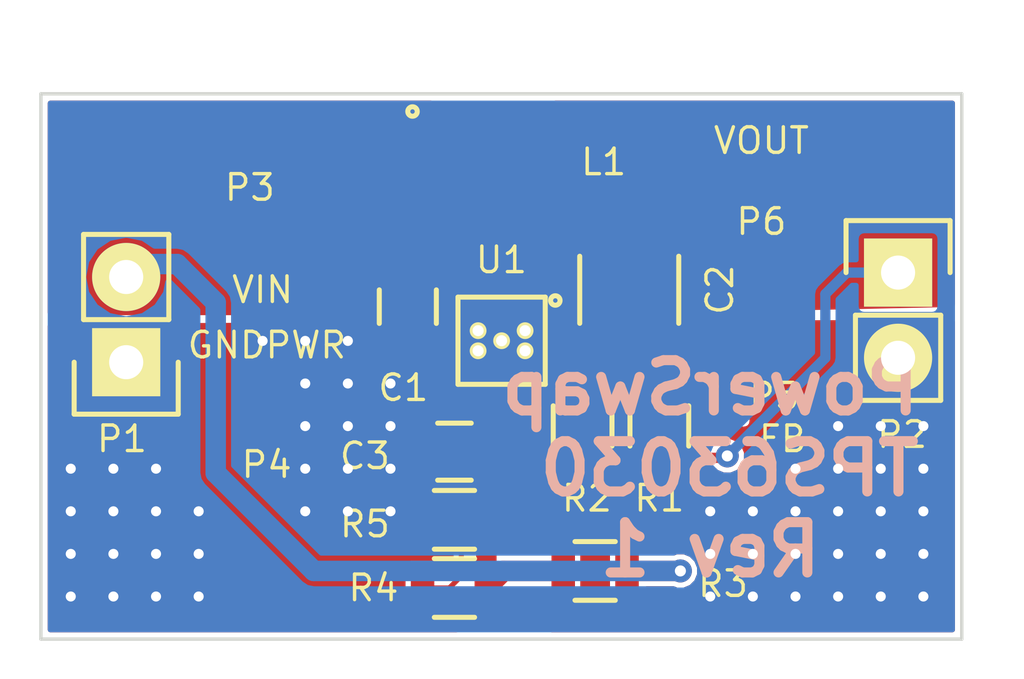
<source format=kicad_pcb>
(kicad_pcb (version 4) (host pcbnew 0.201508060901+6055~28~ubuntu14.04.1-product)

  (general
    (links 90)
    (no_connects 0)
    (area 154.093801 104.1818 184.8612 124.7616)
    (thickness 1.6)
    (drawings 9)
    (tracks 53)
    (zones 0)
    (modules 72)
    (nets 10)
  )

  (page A4)
  (layers
    (0 F.Cu signal)
    (31 B.Cu signal)
    (32 B.Adhes user)
    (33 F.Adhes user)
    (34 B.Paste user)
    (35 F.Paste user)
    (36 B.SilkS user)
    (37 F.SilkS user)
    (38 B.Mask user)
    (39 F.Mask user)
    (40 Dwgs.User user)
    (41 Cmts.User user)
    (42 Eco1.User user)
    (43 Eco2.User user)
    (44 Edge.Cuts user)
    (45 Margin user)
    (46 B.CrtYd user)
    (47 F.CrtYd user)
    (48 B.Fab user)
    (49 F.Fab user)
  )

  (setup
    (last_trace_width 0.1524)
    (user_trace_width 0.3048)
    (user_trace_width 0.6096)
    (trace_clearance 0.1524)
    (zone_clearance 0.1524)
    (zone_45_only no)
    (trace_min 0.1524)
    (segment_width 0.2)
    (edge_width 0.1)
    (via_size 0.6858)
    (via_drill 0.3302)
    (via_min_size 0.6858)
    (via_min_drill 0.3302)
    (uvia_size 0.3)
    (uvia_drill 0.1)
    (uvias_allowed no)
    (uvia_min_size 0)
    (uvia_min_drill 0)
    (pcb_text_width 0.3)
    (pcb_text_size 1.5 1.5)
    (mod_edge_width 0.15)
    (mod_text_size 0.762 0.762)
    (mod_text_width 0.1016)
    (pad_size 0.6 0.6)
    (pad_drill 0.3)
    (pad_to_mask_clearance 0)
    (pad_to_paste_clearance 0.0762)
    (aux_axis_origin 0 0)
    (grid_origin 169.664 115.829)
    (visible_elements FFFEFB7F)
    (pcbplotparams
      (layerselection 0x010fc_80000001)
      (usegerberextensions false)
      (excludeedgelayer true)
      (linewidth 0.100000)
      (plotframeref false)
      (viasonmask false)
      (mode 1)
      (useauxorigin false)
      (hpglpennumber 1)
      (hpglpenspeed 20)
      (hpglpendiameter 15)
      (hpglpenoverlay 2)
      (psnegative false)
      (psa4output false)
      (plotreference true)
      (plotvalue false)
      (plotinvisibletext false)
      (padsonsilk false)
      (subtractmaskfromsilk false)
      (outputformat 1)
      (mirror false)
      (drillshape 0)
      (scaleselection 1)
      (outputdirectory Gerbers/))
  )

  (net 0 "")
  (net 1 /VIN)
  (net 2 GNDPWR)
  (net 3 /VOUT)
  (net 4 /VINA)
  (net 5 "Net-(L1-Pad1)")
  (net 6 "Net-(L1-Pad2)")
  (net 7 /FB)
  (net 8 "Net-(R4-Pad1)")
  (net 9 "Net-(R5-Pad1)")

  (net_class Default "This is the default net class."
    (clearance 0.1524)
    (trace_width 0.1524)
    (via_dia 0.6858)
    (via_drill 0.3302)
    (uvia_dia 0.3)
    (uvia_drill 0.1)
    (add_net /FB)
    (add_net /VIN)
    (add_net /VINA)
    (add_net /VOUT)
    (add_net GNDPWR)
    (add_net "Net-(L1-Pad1)")
    (add_net "Net-(L1-Pad2)")
    (add_net "Net-(R4-Pad1)")
    (add_net "Net-(R5-Pad1)")
  )

  (module PowerSwap:VIA-0.6mm (layer F.Cu) (tedit 55CC0597) (tstamp 55CC081D)
    (at 165.854 119.639)
    (fp_text reference REF**11111134 (at 0 2) (layer F.SilkS) hide
      (effects (font (size 1 1) (thickness 0.15)))
    )
    (fp_text value VIA-0.6mm (at 0 -1) (layer F.Fab) hide
      (effects (font (size 1 1) (thickness 0.15)))
    )
    (pad 1 thru_hole circle (at 0 0) (size 0.6 0.6) (drill 0.3) (layers *.Cu)
      (net 2 GNDPWR) (zone_connect 2))
  )

  (module PowerSwap:VIA-0.6mm (layer F.Cu) (tedit 55CC0597) (tstamp 55CC0819)
    (at 164.584 119.639)
    (fp_text reference REF**11111124 (at 0 2) (layer F.SilkS) hide
      (effects (font (size 1 1) (thickness 0.15)))
    )
    (fp_text value VIA-0.6mm (at 0 -1) (layer F.Fab) hide
      (effects (font (size 1 1) (thickness 0.15)))
    )
    (pad 1 thru_hole circle (at 0 0) (size 0.6 0.6) (drill 0.3) (layers *.Cu)
      (net 2 GNDPWR) (zone_connect 2))
  )

  (module PowerSwap:VIA-0.6mm (layer F.Cu) (tedit 55CC0597) (tstamp 55CC0815)
    (at 163.314 119.639)
    (fp_text reference REF**11111114 (at 0 2) (layer F.SilkS) hide
      (effects (font (size 1 1) (thickness 0.15)))
    )
    (fp_text value VIA-0.6mm (at 0 -1) (layer F.Fab) hide
      (effects (font (size 1 1) (thickness 0.15)))
    )
    (pad 1 thru_hole circle (at 0 0) (size 0.6 0.6) (drill 0.3) (layers *.Cu)
      (net 2 GNDPWR) (zone_connect 2))
  )

  (module PowerSwap:VIA-0.6mm (layer F.Cu) (tedit 55CC0597) (tstamp 55CC0811)
    (at 165.854 118.369)
    (fp_text reference REF**11111133 (at 0 2) (layer F.SilkS) hide
      (effects (font (size 1 1) (thickness 0.15)))
    )
    (fp_text value VIA-0.6mm (at 0 -1) (layer F.Fab) hide
      (effects (font (size 1 1) (thickness 0.15)))
    )
    (pad 1 thru_hole circle (at 0 0) (size 0.6 0.6) (drill 0.3) (layers *.Cu)
      (net 2 GNDPWR) (zone_connect 2))
  )

  (module PowerSwap:VIA-0.6mm (layer F.Cu) (tedit 55CC0597) (tstamp 55CC080D)
    (at 164.584 118.369)
    (fp_text reference REF**11111123 (at 0 2) (layer F.SilkS) hide
      (effects (font (size 1 1) (thickness 0.15)))
    )
    (fp_text value VIA-0.6mm (at 0 -1) (layer F.Fab) hide
      (effects (font (size 1 1) (thickness 0.15)))
    )
    (pad 1 thru_hole circle (at 0 0) (size 0.6 0.6) (drill 0.3) (layers *.Cu)
      (net 2 GNDPWR) (zone_connect 2))
  )

  (module PowerSwap:VIA-0.6mm (layer F.Cu) (tedit 55CC0597) (tstamp 55CC0809)
    (at 163.314 118.369)
    (fp_text reference REF**11111113 (at 0 2) (layer F.SilkS) hide
      (effects (font (size 1 1) (thickness 0.15)))
    )
    (fp_text value VIA-0.6mm (at 0 -1) (layer F.Fab) hide
      (effects (font (size 1 1) (thickness 0.15)))
    )
    (pad 1 thru_hole circle (at 0 0) (size 0.6 0.6) (drill 0.3) (layers *.Cu)
      (net 2 GNDPWR) (zone_connect 2))
  )

  (module PowerSwap:VIA-0.6mm (layer F.Cu) (tedit 55CC0597) (tstamp 55CC0805)
    (at 165.854 117.099)
    (fp_text reference REF**11111132 (at 0 2) (layer F.SilkS) hide
      (effects (font (size 1 1) (thickness 0.15)))
    )
    (fp_text value VIA-0.6mm (at 0 -1) (layer F.Fab) hide
      (effects (font (size 1 1) (thickness 0.15)))
    )
    (pad 1 thru_hole circle (at 0 0) (size 0.6 0.6) (drill 0.3) (layers *.Cu)
      (net 2 GNDPWR) (zone_connect 2))
  )

  (module PowerSwap:VIA-0.6mm (layer F.Cu) (tedit 55CC0597) (tstamp 55CC0801)
    (at 164.584 117.099)
    (fp_text reference REF**11111122 (at 0 2) (layer F.SilkS) hide
      (effects (font (size 1 1) (thickness 0.15)))
    )
    (fp_text value VIA-0.6mm (at 0 -1) (layer F.Fab) hide
      (effects (font (size 1 1) (thickness 0.15)))
    )
    (pad 1 thru_hole circle (at 0 0) (size 0.6 0.6) (drill 0.3) (layers *.Cu)
      (net 2 GNDPWR) (zone_connect 2))
  )

  (module PowerSwap:VIA-0.6mm (layer F.Cu) (tedit 55CC0597) (tstamp 55CC07FD)
    (at 163.314 117.099)
    (fp_text reference REF**11111112 (at 0 2) (layer F.SilkS) hide
      (effects (font (size 1 1) (thickness 0.15)))
    )
    (fp_text value VIA-0.6mm (at 0 -1) (layer F.Fab) hide
      (effects (font (size 1 1) (thickness 0.15)))
    )
    (pad 1 thru_hole circle (at 0 0) (size 0.6 0.6) (drill 0.3) (layers *.Cu)
      (net 2 GNDPWR) (zone_connect 2))
  )

  (module PowerSwap:VIA-0.6mm (layer F.Cu) (tedit 55CC0597) (tstamp 55CC07F9)
    (at 165.854 115.829)
    (fp_text reference REF**11111131 (at 0 2) (layer F.SilkS) hide
      (effects (font (size 1 1) (thickness 0.15)))
    )
    (fp_text value VIA-0.6mm (at 0 -1) (layer F.Fab) hide
      (effects (font (size 1 1) (thickness 0.15)))
    )
    (pad 1 thru_hole circle (at 0 0) (size 0.6 0.6) (drill 0.3) (layers *.Cu)
      (net 2 GNDPWR) (zone_connect 2))
  )

  (module PowerSwap:VIA-0.6mm (layer F.Cu) (tedit 55CC0597) (tstamp 55CC07F5)
    (at 164.584 115.829)
    (fp_text reference REF**11111121 (at 0 2) (layer F.SilkS) hide
      (effects (font (size 1 1) (thickness 0.15)))
    )
    (fp_text value VIA-0.6mm (at 0 -1) (layer F.Fab) hide
      (effects (font (size 1 1) (thickness 0.15)))
    )
    (pad 1 thru_hole circle (at 0 0) (size 0.6 0.6) (drill 0.3) (layers *.Cu)
      (net 2 GNDPWR) (zone_connect 2))
  )

  (module PowerSwap:VIA-0.6mm (layer F.Cu) (tedit 55CC0597) (tstamp 55CC07AD)
    (at 163.314 115.829)
    (fp_text reference REF**11111111 (at 0 2) (layer F.SilkS) hide
      (effects (font (size 1 1) (thickness 0.15)))
    )
    (fp_text value VIA-0.6mm (at 0 -1) (layer F.Fab) hide
      (effects (font (size 1 1) (thickness 0.15)))
    )
    (pad 1 thru_hole circle (at 0 0) (size 0.6 0.6) (drill 0.3) (layers *.Cu)
      (net 2 GNDPWR) (zone_connect 2))
  )

  (module PowerSwap:VIA-0.6mm (layer F.Cu) (tedit 55CC0597) (tstamp 55CC079B)
    (at 164.584 114.559)
    (fp_text reference REF**111111 (at 0 2) (layer F.SilkS) hide
      (effects (font (size 1 1) (thickness 0.15)))
    )
    (fp_text value VIA-0.6mm (at 0 -1) (layer F.Fab) hide
      (effects (font (size 1 1) (thickness 0.15)))
    )
    (pad 1 thru_hole circle (at 0 0) (size 0.6 0.6) (drill 0.3) (layers *.Cu)
      (net 2 GNDPWR) (zone_connect 2))
  )

  (module PowerSwap:VIA-0.6mm (layer F.Cu) (tedit 55CC0597) (tstamp 55CC0791)
    (at 163.314 114.559)
    (fp_text reference REF**111111 (at 0 2) (layer F.SilkS) hide
      (effects (font (size 1 1) (thickness 0.15)))
    )
    (fp_text value VIA-0.6mm (at 0 -1) (layer F.Fab) hide
      (effects (font (size 1 1) (thickness 0.15)))
    )
    (pad 1 thru_hole circle (at 0 0) (size 0.6 0.6) (drill 0.3) (layers *.Cu)
      (net 2 GNDPWR) (zone_connect 2))
  )

  (module PowerSwap:VIA-0.6mm (layer F.Cu) (tedit 55CC0597) (tstamp 55CC078C)
    (at 162.044 114.559)
    (fp_text reference REF**111111 (at 0 2) (layer F.SilkS) hide
      (effects (font (size 1 1) (thickness 0.15)))
    )
    (fp_text value VIA-0.6mm (at 0 -1) (layer F.Fab) hide
      (effects (font (size 1 1) (thickness 0.15)))
    )
    (pad 1 thru_hole circle (at 0 0) (size 0.6 0.6) (drill 0.3) (layers *.Cu)
      (net 2 GNDPWR) (zone_connect 2))
  )

  (module PowerSwap:VIA-0.6mm (layer F.Cu) (tedit 55CC0597) (tstamp 55CC0786)
    (at 158.869 118.369)
    (fp_text reference REF**111111 (at 0 2) (layer F.SilkS) hide
      (effects (font (size 1 1) (thickness 0.15)))
    )
    (fp_text value VIA-0.6mm (at 0 -1) (layer F.Fab) hide
      (effects (font (size 1 1) (thickness 0.15)))
    )
    (pad 1 thru_hole circle (at 0 0) (size 0.6 0.6) (drill 0.3) (layers *.Cu)
      (net 2 GNDPWR) (zone_connect 2))
  )

  (module PowerSwap:VIA-0.6mm (layer F.Cu) (tedit 55CC0597) (tstamp 55CC077C)
    (at 157.599 118.369)
    (fp_text reference REF**111111 (at 0 2) (layer F.SilkS) hide
      (effects (font (size 1 1) (thickness 0.15)))
    )
    (fp_text value VIA-0.6mm (at 0 -1) (layer F.Fab) hide
      (effects (font (size 1 1) (thickness 0.15)))
    )
    (pad 1 thru_hole circle (at 0 0) (size 0.6 0.6) (drill 0.3) (layers *.Cu)
      (net 2 GNDPWR) (zone_connect 2))
  )

  (module PowerSwap:VIA-0.6mm (layer F.Cu) (tedit 55CC0597) (tstamp 55CC0775)
    (at 156.329 118.369)
    (fp_text reference REF**111111 (at 0 2) (layer F.SilkS) hide
      (effects (font (size 1 1) (thickness 0.15)))
    )
    (fp_text value VIA-0.6mm (at 0 -1) (layer F.Fab) hide
      (effects (font (size 1 1) (thickness 0.15)))
    )
    (pad 1 thru_hole circle (at 0 0) (size 0.6 0.6) (drill 0.3) (layers *.Cu)
      (net 2 GNDPWR) (zone_connect 2))
  )

  (module PowerSwap:VIA-0.6mm (layer F.Cu) (tedit 55CC0597) (tstamp 55CC0767)
    (at 160.139 122.179)
    (fp_text reference REF**111143 (at 0 2) (layer F.SilkS) hide
      (effects (font (size 1 1) (thickness 0.15)))
    )
    (fp_text value VIA-0.6mm (at 0 -1) (layer F.Fab) hide
      (effects (font (size 1 1) (thickness 0.15)))
    )
    (pad 1 thru_hole circle (at 0 0) (size 0.6 0.6) (drill 0.3) (layers *.Cu)
      (net 2 GNDPWR) (zone_connect 2))
  )

  (module PowerSwap:VIA-0.6mm (layer F.Cu) (tedit 55CC0597) (tstamp 55CC0763)
    (at 158.869 122.179)
    (fp_text reference REF**111133 (at 0 2) (layer F.SilkS) hide
      (effects (font (size 1 1) (thickness 0.15)))
    )
    (fp_text value VIA-0.6mm (at 0 -1) (layer F.Fab) hide
      (effects (font (size 1 1) (thickness 0.15)))
    )
    (pad 1 thru_hole circle (at 0 0) (size 0.6 0.6) (drill 0.3) (layers *.Cu)
      (net 2 GNDPWR) (zone_connect 2))
  )

  (module PowerSwap:VIA-0.6mm (layer F.Cu) (tedit 55CC0597) (tstamp 55CC075F)
    (at 157.599 122.179)
    (fp_text reference REF**111123 (at 0 2) (layer F.SilkS) hide
      (effects (font (size 1 1) (thickness 0.15)))
    )
    (fp_text value VIA-0.6mm (at 0 -1) (layer F.Fab) hide
      (effects (font (size 1 1) (thickness 0.15)))
    )
    (pad 1 thru_hole circle (at 0 0) (size 0.6 0.6) (drill 0.3) (layers *.Cu)
      (net 2 GNDPWR) (zone_connect 2))
  )

  (module PowerSwap:VIA-0.6mm (layer F.Cu) (tedit 55CC0597) (tstamp 55CC075B)
    (at 156.329 122.179)
    (fp_text reference REF**111113 (at 0 2) (layer F.SilkS) hide
      (effects (font (size 1 1) (thickness 0.15)))
    )
    (fp_text value VIA-0.6mm (at 0 -1) (layer F.Fab) hide
      (effects (font (size 1 1) (thickness 0.15)))
    )
    (pad 1 thru_hole circle (at 0 0) (size 0.6 0.6) (drill 0.3) (layers *.Cu)
      (net 2 GNDPWR) (zone_connect 2))
  )

  (module PowerSwap:VIA-0.6mm (layer F.Cu) (tedit 55CC0597) (tstamp 55CC0757)
    (at 160.139 120.909)
    (fp_text reference REF**111142 (at 0 2) (layer F.SilkS) hide
      (effects (font (size 1 1) (thickness 0.15)))
    )
    (fp_text value VIA-0.6mm (at 0 -1) (layer F.Fab) hide
      (effects (font (size 1 1) (thickness 0.15)))
    )
    (pad 1 thru_hole circle (at 0 0) (size 0.6 0.6) (drill 0.3) (layers *.Cu)
      (net 2 GNDPWR) (zone_connect 2))
  )

  (module PowerSwap:VIA-0.6mm (layer F.Cu) (tedit 55CC0597) (tstamp 55CC0753)
    (at 158.869 120.909)
    (fp_text reference REF**111132 (at 0 2) (layer F.SilkS) hide
      (effects (font (size 1 1) (thickness 0.15)))
    )
    (fp_text value VIA-0.6mm (at 0 -1) (layer F.Fab) hide
      (effects (font (size 1 1) (thickness 0.15)))
    )
    (pad 1 thru_hole circle (at 0 0) (size 0.6 0.6) (drill 0.3) (layers *.Cu)
      (net 2 GNDPWR) (zone_connect 2))
  )

  (module PowerSwap:VIA-0.6mm (layer F.Cu) (tedit 55CC0597) (tstamp 55CC074F)
    (at 157.599 120.909)
    (fp_text reference REF**111122 (at 0 2) (layer F.SilkS) hide
      (effects (font (size 1 1) (thickness 0.15)))
    )
    (fp_text value VIA-0.6mm (at 0 -1) (layer F.Fab) hide
      (effects (font (size 1 1) (thickness 0.15)))
    )
    (pad 1 thru_hole circle (at 0 0) (size 0.6 0.6) (drill 0.3) (layers *.Cu)
      (net 2 GNDPWR) (zone_connect 2))
  )

  (module PowerSwap:VIA-0.6mm (layer F.Cu) (tedit 55CC0597) (tstamp 55CC074B)
    (at 156.329 120.909)
    (fp_text reference REF**111112 (at 0 2) (layer F.SilkS) hide
      (effects (font (size 1 1) (thickness 0.15)))
    )
    (fp_text value VIA-0.6mm (at 0 -1) (layer F.Fab) hide
      (effects (font (size 1 1) (thickness 0.15)))
    )
    (pad 1 thru_hole circle (at 0 0) (size 0.6 0.6) (drill 0.3) (layers *.Cu)
      (net 2 GNDPWR) (zone_connect 2))
  )

  (module PowerSwap:VIA-0.6mm (layer F.Cu) (tedit 55CC0597) (tstamp 55CC0747)
    (at 160.139 119.639)
    (fp_text reference REF**111141 (at 0 2) (layer F.SilkS) hide
      (effects (font (size 1 1) (thickness 0.15)))
    )
    (fp_text value VIA-0.6mm (at 0 -1) (layer F.Fab) hide
      (effects (font (size 1 1) (thickness 0.15)))
    )
    (pad 1 thru_hole circle (at 0 0) (size 0.6 0.6) (drill 0.3) (layers *.Cu)
      (net 2 GNDPWR) (zone_connect 2))
  )

  (module PowerSwap:VIA-0.6mm (layer F.Cu) (tedit 55CC0597) (tstamp 55CC0743)
    (at 158.869 119.639)
    (fp_text reference REF**111131 (at 0 2) (layer F.SilkS) hide
      (effects (font (size 1 1) (thickness 0.15)))
    )
    (fp_text value VIA-0.6mm (at 0 -1) (layer F.Fab) hide
      (effects (font (size 1 1) (thickness 0.15)))
    )
    (pad 1 thru_hole circle (at 0 0) (size 0.6 0.6) (drill 0.3) (layers *.Cu)
      (net 2 GNDPWR) (zone_connect 2))
  )

  (module PowerSwap:VIA-0.6mm (layer F.Cu) (tedit 55CC0597) (tstamp 55CC073F)
    (at 157.599 119.639)
    (fp_text reference REF**111121 (at 0 2) (layer F.SilkS) hide
      (effects (font (size 1 1) (thickness 0.15)))
    )
    (fp_text value VIA-0.6mm (at 0 -1) (layer F.Fab) hide
      (effects (font (size 1 1) (thickness 0.15)))
    )
    (pad 1 thru_hole circle (at 0 0) (size 0.6 0.6) (drill 0.3) (layers *.Cu)
      (net 2 GNDPWR) (zone_connect 2))
  )

  (module PowerSwap:VIA-0.6mm (layer F.Cu) (tedit 55CC0597) (tstamp 55CC06F6)
    (at 156.329 119.639)
    (fp_text reference REF**111111 (at 0 2) (layer F.SilkS) hide
      (effects (font (size 1 1) (thickness 0.15)))
    )
    (fp_text value VIA-0.6mm (at 0 -1) (layer F.Fab) hide
      (effects (font (size 1 1) (thickness 0.15)))
    )
    (pad 1 thru_hole circle (at 0 0) (size 0.6 0.6) (drill 0.3) (layers *.Cu)
      (net 2 GNDPWR) (zone_connect 2))
  )

  (module PowerSwap:VIA-0.6mm (layer F.Cu) (tedit 55CC0597) (tstamp 55CC06F1)
    (at 179.189 117.099)
    (fp_text reference REF**1131 (at 0 2) (layer F.SilkS) hide
      (effects (font (size 1 1) (thickness 0.15)))
    )
    (fp_text value VIA-0.6mm (at 0 -1) (layer F.Fab) hide
      (effects (font (size 1 1) (thickness 0.15)))
    )
    (pad 1 thru_hole circle (at 0 0) (size 0.6 0.6) (drill 0.3) (layers *.Cu)
      (net 2 GNDPWR) (zone_connect 2))
  )

  (module PowerSwap:VIA-0.6mm (layer F.Cu) (tedit 55CC0597) (tstamp 55CC06E6)
    (at 180.459 117.099)
    (fp_text reference REF**1131 (at 0 2) (layer F.SilkS) hide
      (effects (font (size 1 1) (thickness 0.15)))
    )
    (fp_text value VIA-0.6mm (at 0 -1) (layer F.Fab) hide
      (effects (font (size 1 1) (thickness 0.15)))
    )
    (pad 1 thru_hole circle (at 0 0) (size 0.6 0.6) (drill 0.3) (layers *.Cu)
      (net 2 GNDPWR) (zone_connect 2))
  )

  (module PowerSwap:VIA-0.6mm (layer F.Cu) (tedit 55CC0597) (tstamp 55CC06E0)
    (at 181.729 117.099)
    (fp_text reference REF**1131 (at 0 2) (layer F.SilkS) hide
      (effects (font (size 1 1) (thickness 0.15)))
    )
    (fp_text value VIA-0.6mm (at 0 -1) (layer F.Fab) hide
      (effects (font (size 1 1) (thickness 0.15)))
    )
    (pad 1 thru_hole circle (at 0 0) (size 0.6 0.6) (drill 0.3) (layers *.Cu)
      (net 2 GNDPWR) (zone_connect 2))
  )

  (module PowerSwap:VIA-0.6mm (layer F.Cu) (tedit 55CC0597) (tstamp 55CC06DA)
    (at 181.729 118.369)
    (fp_text reference REF**1131 (at 0 2) (layer F.SilkS) hide
      (effects (font (size 1 1) (thickness 0.15)))
    )
    (fp_text value VIA-0.6mm (at 0 -1) (layer F.Fab) hide
      (effects (font (size 1 1) (thickness 0.15)))
    )
    (pad 1 thru_hole circle (at 0 0) (size 0.6 0.6) (drill 0.3) (layers *.Cu)
      (net 2 GNDPWR) (zone_connect 2))
  )

  (module PowerSwap:VIA-0.6mm (layer F.Cu) (tedit 55CC0597) (tstamp 55CC06D5)
    (at 180.459 118.369)
    (fp_text reference REF**1131 (at 0 2) (layer F.SilkS) hide
      (effects (font (size 1 1) (thickness 0.15)))
    )
    (fp_text value VIA-0.6mm (at 0 -1) (layer F.Fab) hide
      (effects (font (size 1 1) (thickness 0.15)))
    )
    (pad 1 thru_hole circle (at 0 0) (size 0.6 0.6) (drill 0.3) (layers *.Cu)
      (net 2 GNDPWR) (zone_connect 2))
  )

  (module PowerSwap:VIA-0.6mm (layer F.Cu) (tedit 55CC0597) (tstamp 55CC06D0)
    (at 179.189 118.369)
    (fp_text reference REF**1131 (at 0 2) (layer F.SilkS) hide
      (effects (font (size 1 1) (thickness 0.15)))
    )
    (fp_text value VIA-0.6mm (at 0 -1) (layer F.Fab) hide
      (effects (font (size 1 1) (thickness 0.15)))
    )
    (pad 1 thru_hole circle (at 0 0) (size 0.6 0.6) (drill 0.3) (layers *.Cu)
      (net 2 GNDPWR) (zone_connect 2))
  )

  (module PowerSwap:VIA-0.6mm (layer F.Cu) (tedit 55CC0597) (tstamp 55CC06CB)
    (at 177.919 118.369)
    (fp_text reference REF**1131 (at 0 2) (layer F.SilkS) hide
      (effects (font (size 1 1) (thickness 0.15)))
    )
    (fp_text value VIA-0.6mm (at 0 -1) (layer F.Fab) hide
      (effects (font (size 1 1) (thickness 0.15)))
    )
    (pad 1 thru_hole circle (at 0 0) (size 0.6 0.6) (drill 0.3) (layers *.Cu)
      (net 2 GNDPWR) (zone_connect 2))
  )

  (module PowerSwap:VIA-0.6mm (layer F.Cu) (tedit 55CC0597) (tstamp 55CC06C6)
    (at 181.729 122.179)
    (fp_text reference REF**1163 (at 0 2) (layer F.SilkS) hide
      (effects (font (size 1 1) (thickness 0.15)))
    )
    (fp_text value VIA-0.6mm (at 0 -1) (layer F.Fab) hide
      (effects (font (size 1 1) (thickness 0.15)))
    )
    (pad 1 thru_hole circle (at 0 0) (size 0.6 0.6) (drill 0.3) (layers *.Cu)
      (net 2 GNDPWR) (zone_connect 2))
  )

  (module PowerSwap:VIA-0.6mm (layer F.Cu) (tedit 55CC0597) (tstamp 55CC06C2)
    (at 180.459 122.179)
    (fp_text reference REF**1153 (at 0 2) (layer F.SilkS) hide
      (effects (font (size 1 1) (thickness 0.15)))
    )
    (fp_text value VIA-0.6mm (at 0 -1) (layer F.Fab) hide
      (effects (font (size 1 1) (thickness 0.15)))
    )
    (pad 1 thru_hole circle (at 0 0) (size 0.6 0.6) (drill 0.3) (layers *.Cu)
      (net 2 GNDPWR) (zone_connect 2))
  )

  (module PowerSwap:VIA-0.6mm (layer F.Cu) (tedit 55CC0597) (tstamp 55CC06BE)
    (at 179.189 122.179)
    (fp_text reference REF**1143 (at 0 2) (layer F.SilkS) hide
      (effects (font (size 1 1) (thickness 0.15)))
    )
    (fp_text value VIA-0.6mm (at 0 -1) (layer F.Fab) hide
      (effects (font (size 1 1) (thickness 0.15)))
    )
    (pad 1 thru_hole circle (at 0 0) (size 0.6 0.6) (drill 0.3) (layers *.Cu)
      (net 2 GNDPWR) (zone_connect 2))
  )

  (module PowerSwap:VIA-0.6mm (layer F.Cu) (tedit 55CC0597) (tstamp 55CC06BA)
    (at 177.919 122.179)
    (fp_text reference REF**1133 (at 0 2) (layer F.SilkS) hide
      (effects (font (size 1 1) (thickness 0.15)))
    )
    (fp_text value VIA-0.6mm (at 0 -1) (layer F.Fab) hide
      (effects (font (size 1 1) (thickness 0.15)))
    )
    (pad 1 thru_hole circle (at 0 0) (size 0.6 0.6) (drill 0.3) (layers *.Cu)
      (net 2 GNDPWR) (zone_connect 2))
  )

  (module PowerSwap:VIA-0.6mm (layer F.Cu) (tedit 55CC0597) (tstamp 55CC06B6)
    (at 176.649 122.179)
    (fp_text reference REF**1123 (at 0 2) (layer F.SilkS) hide
      (effects (font (size 1 1) (thickness 0.15)))
    )
    (fp_text value VIA-0.6mm (at 0 -1) (layer F.Fab) hide
      (effects (font (size 1 1) (thickness 0.15)))
    )
    (pad 1 thru_hole circle (at 0 0) (size 0.6 0.6) (drill 0.3) (layers *.Cu)
      (net 2 GNDPWR) (zone_connect 2))
  )

  (module PowerSwap:VIA-0.6mm (layer F.Cu) (tedit 55CC0597) (tstamp 55CC06B2)
    (at 175.379 122.179)
    (fp_text reference REF**1113 (at 0 2) (layer F.SilkS) hide
      (effects (font (size 1 1) (thickness 0.15)))
    )
    (fp_text value VIA-0.6mm (at 0 -1) (layer F.Fab) hide
      (effects (font (size 1 1) (thickness 0.15)))
    )
    (pad 1 thru_hole circle (at 0 0) (size 0.6 0.6) (drill 0.3) (layers *.Cu)
      (net 2 GNDPWR) (zone_connect 2))
  )

  (module PowerSwap:VIA-0.6mm (layer F.Cu) (tedit 55CC0597) (tstamp 55CC06AE)
    (at 181.729 120.909)
    (fp_text reference REF**1162 (at 0 2) (layer F.SilkS) hide
      (effects (font (size 1 1) (thickness 0.15)))
    )
    (fp_text value VIA-0.6mm (at 0 -1) (layer F.Fab) hide
      (effects (font (size 1 1) (thickness 0.15)))
    )
    (pad 1 thru_hole circle (at 0 0) (size 0.6 0.6) (drill 0.3) (layers *.Cu)
      (net 2 GNDPWR) (zone_connect 2))
  )

  (module PowerSwap:VIA-0.6mm (layer F.Cu) (tedit 55CC0597) (tstamp 55CC06AA)
    (at 180.459 120.909)
    (fp_text reference REF**1152 (at 0 2) (layer F.SilkS) hide
      (effects (font (size 1 1) (thickness 0.15)))
    )
    (fp_text value VIA-0.6mm (at 0 -1) (layer F.Fab) hide
      (effects (font (size 1 1) (thickness 0.15)))
    )
    (pad 1 thru_hole circle (at 0 0) (size 0.6 0.6) (drill 0.3) (layers *.Cu)
      (net 2 GNDPWR) (zone_connect 2))
  )

  (module PowerSwap:VIA-0.6mm (layer F.Cu) (tedit 55CC0597) (tstamp 55CC06A6)
    (at 179.189 120.909)
    (fp_text reference REF**1142 (at 0 2) (layer F.SilkS) hide
      (effects (font (size 1 1) (thickness 0.15)))
    )
    (fp_text value VIA-0.6mm (at 0 -1) (layer F.Fab) hide
      (effects (font (size 1 1) (thickness 0.15)))
    )
    (pad 1 thru_hole circle (at 0 0) (size 0.6 0.6) (drill 0.3) (layers *.Cu)
      (net 2 GNDPWR) (zone_connect 2))
  )

  (module PowerSwap:VIA-0.6mm (layer F.Cu) (tedit 55CC0597) (tstamp 55CC06A2)
    (at 177.919 120.909)
    (fp_text reference REF**1132 (at 0 2) (layer F.SilkS) hide
      (effects (font (size 1 1) (thickness 0.15)))
    )
    (fp_text value VIA-0.6mm (at 0 -1) (layer F.Fab) hide
      (effects (font (size 1 1) (thickness 0.15)))
    )
    (pad 1 thru_hole circle (at 0 0) (size 0.6 0.6) (drill 0.3) (layers *.Cu)
      (net 2 GNDPWR) (zone_connect 2))
  )

  (module PowerSwap:VIA-0.6mm (layer F.Cu) (tedit 55CC0597) (tstamp 55CC069E)
    (at 176.649 120.909)
    (fp_text reference REF**1122 (at 0 2) (layer F.SilkS) hide
      (effects (font (size 1 1) (thickness 0.15)))
    )
    (fp_text value VIA-0.6mm (at 0 -1) (layer F.Fab) hide
      (effects (font (size 1 1) (thickness 0.15)))
    )
    (pad 1 thru_hole circle (at 0 0) (size 0.6 0.6) (drill 0.3) (layers *.Cu)
      (net 2 GNDPWR) (zone_connect 2))
  )

  (module PowerSwap:VIA-0.6mm (layer F.Cu) (tedit 55CC0597) (tstamp 55CC069A)
    (at 175.379 120.909)
    (fp_text reference REF**1112 (at 0 2) (layer F.SilkS) hide
      (effects (font (size 1 1) (thickness 0.15)))
    )
    (fp_text value VIA-0.6mm (at 0 -1) (layer F.Fab) hide
      (effects (font (size 1 1) (thickness 0.15)))
    )
    (pad 1 thru_hole circle (at 0 0) (size 0.6 0.6) (drill 0.3) (layers *.Cu)
      (net 2 GNDPWR) (zone_connect 2))
  )

  (module PowerSwap:VIA-0.6mm (layer F.Cu) (tedit 55CC0597) (tstamp 55CC0696)
    (at 181.729 119.639)
    (fp_text reference REF**1161 (at 0 2) (layer F.SilkS) hide
      (effects (font (size 1 1) (thickness 0.15)))
    )
    (fp_text value VIA-0.6mm (at 0 -1) (layer F.Fab) hide
      (effects (font (size 1 1) (thickness 0.15)))
    )
    (pad 1 thru_hole circle (at 0 0) (size 0.6 0.6) (drill 0.3) (layers *.Cu)
      (net 2 GNDPWR) (zone_connect 2))
  )

  (module PowerSwap:VIA-0.6mm (layer F.Cu) (tedit 55CC0597) (tstamp 55CC0692)
    (at 180.459 119.639)
    (fp_text reference REF**1151 (at 0 2) (layer F.SilkS) hide
      (effects (font (size 1 1) (thickness 0.15)))
    )
    (fp_text value VIA-0.6mm (at 0 -1) (layer F.Fab) hide
      (effects (font (size 1 1) (thickness 0.15)))
    )
    (pad 1 thru_hole circle (at 0 0) (size 0.6 0.6) (drill 0.3) (layers *.Cu)
      (net 2 GNDPWR) (zone_connect 2))
  )

  (module PowerSwap:VIA-0.6mm (layer F.Cu) (tedit 55CC0597) (tstamp 55CC068E)
    (at 179.189 119.639)
    (fp_text reference REF**1141 (at 0 2) (layer F.SilkS) hide
      (effects (font (size 1 1) (thickness 0.15)))
    )
    (fp_text value VIA-0.6mm (at 0 -1) (layer F.Fab) hide
      (effects (font (size 1 1) (thickness 0.15)))
    )
    (pad 1 thru_hole circle (at 0 0) (size 0.6 0.6) (drill 0.3) (layers *.Cu)
      (net 2 GNDPWR) (zone_connect 2))
  )

  (module PowerSwap:VIA-0.6mm (layer F.Cu) (tedit 55CC0597) (tstamp 55CC068A)
    (at 177.919 119.639)
    (fp_text reference REF**1131 (at 0 2) (layer F.SilkS) hide
      (effects (font (size 1 1) (thickness 0.15)))
    )
    (fp_text value VIA-0.6mm (at 0 -1) (layer F.Fab) hide
      (effects (font (size 1 1) (thickness 0.15)))
    )
    (pad 1 thru_hole circle (at 0 0) (size 0.6 0.6) (drill 0.3) (layers *.Cu)
      (net 2 GNDPWR) (zone_connect 2))
  )

  (module PowerSwap:VIA-0.6mm (layer F.Cu) (tedit 55CC0597) (tstamp 55CC0686)
    (at 176.649 119.639)
    (fp_text reference REF**1121 (at 0 2) (layer F.SilkS) hide
      (effects (font (size 1 1) (thickness 0.15)))
    )
    (fp_text value VIA-0.6mm (at 0 -1) (layer F.Fab) hide
      (effects (font (size 1 1) (thickness 0.15)))
    )
    (pad 1 thru_hole circle (at 0 0) (size 0.6 0.6) (drill 0.3) (layers *.Cu)
      (net 2 GNDPWR) (zone_connect 2))
  )

  (module Capacitors_SMD:C_0805 (layer F.Cu) (tedit 55C7FF2A) (tstamp 55C6C79F)
    (at 166.37 113.538 270)
    (descr "Capacitor SMD 0805, reflow soldering, AVX (see smccp.pdf)")
    (tags "capacitor 0805")
    (path /55BC171B)
    (attr smd)
    (fp_text reference C1 (at 2.418 0.135 360) (layer F.SilkS)
      (effects (font (size 0.762 0.762) (thickness 0.1016)))
    )
    (fp_text value 4.7UF (at 0 2.1 270) (layer F.Fab)
      (effects (font (size 0.762 0.762) (thickness 0.1016)))
    )
    (fp_line (start -1.8 -1) (end 1.8 -1) (layer F.CrtYd) (width 0.05))
    (fp_line (start -1.8 1) (end 1.8 1) (layer F.CrtYd) (width 0.05))
    (fp_line (start -1.8 -1) (end -1.8 1) (layer F.CrtYd) (width 0.05))
    (fp_line (start 1.8 -1) (end 1.8 1) (layer F.CrtYd) (width 0.05))
    (fp_line (start 0.5 -0.85) (end -0.5 -0.85) (layer F.SilkS) (width 0.15))
    (fp_line (start -0.5 0.85) (end 0.5 0.85) (layer F.SilkS) (width 0.15))
    (pad 1 smd rect (at -1 0 270) (size 1 1.25) (layers F.Cu F.Paste F.Mask)
      (net 1 /VIN))
    (pad 2 smd rect (at 1 0 270) (size 1 1.25) (layers F.Cu F.Paste F.Mask)
      (net 2 GNDPWR))
    (model Capacitors_SMD.3dshapes/C_0805.wrl
      (at (xyz 0 0 0))
      (scale (xyz 1 1 1))
      (rotate (xyz 0 0 0))
    )
  )

  (module Capacitors_SMD:C_1210 (layer F.Cu) (tedit 5415D85D) (tstamp 55C6C7A5)
    (at 172.966 113.035 270)
    (descr "Capacitor SMD 1210, reflow soldering, AVX (see smccp.pdf)")
    (tags "capacitor 1210")
    (path /55BC18FD)
    (attr smd)
    (fp_text reference C2 (at 0 -2.7 270) (layer F.SilkS)
      (effects (font (size 0.762 0.762) (thickness 0.1016)))
    )
    (fp_text value 22UF (at 0 2.7 270) (layer F.Fab)
      (effects (font (size 0.762 0.762) (thickness 0.1016)))
    )
    (fp_line (start -2.3 -1.6) (end 2.3 -1.6) (layer F.CrtYd) (width 0.05))
    (fp_line (start -2.3 1.6) (end 2.3 1.6) (layer F.CrtYd) (width 0.05))
    (fp_line (start -2.3 -1.6) (end -2.3 1.6) (layer F.CrtYd) (width 0.05))
    (fp_line (start 2.3 -1.6) (end 2.3 1.6) (layer F.CrtYd) (width 0.05))
    (fp_line (start 1 -1.475) (end -1 -1.475) (layer F.SilkS) (width 0.15))
    (fp_line (start -1 1.475) (end 1 1.475) (layer F.SilkS) (width 0.15))
    (pad 1 smd rect (at -1.5 0 270) (size 1 2.5) (layers F.Cu F.Paste F.Mask)
      (net 3 /VOUT))
    (pad 2 smd rect (at 1.5 0 270) (size 1 2.5) (layers F.Cu F.Paste F.Mask)
      (net 2 GNDPWR))
    (model Capacitors_SMD.3dshapes/C_1210.wrl
      (at (xyz 0 0 0))
      (scale (xyz 1 1 1))
      (rotate (xyz 0 0 0))
    )
  )

  (module Capacitors_SMD:C_0805 (layer F.Cu) (tedit 55C7FABB) (tstamp 55C6C7AB)
    (at 167.759 117.861 180)
    (descr "Capacitor SMD 0805, reflow soldering, AVX (see smccp.pdf)")
    (tags "capacitor 0805")
    (path /55C68B85)
    (attr smd)
    (fp_text reference C3 (at 2.667 -0.127 180) (layer F.SilkS)
      (effects (font (size 0.762 0.762) (thickness 0.1016)))
    )
    (fp_text value 0.1UF (at 0 2.1 180) (layer F.Fab)
      (effects (font (size 0.762 0.762) (thickness 0.1016)))
    )
    (fp_line (start -1.8 -1) (end 1.8 -1) (layer F.CrtYd) (width 0.05))
    (fp_line (start -1.8 1) (end 1.8 1) (layer F.CrtYd) (width 0.05))
    (fp_line (start -1.8 -1) (end -1.8 1) (layer F.CrtYd) (width 0.05))
    (fp_line (start 1.8 -1) (end 1.8 1) (layer F.CrtYd) (width 0.05))
    (fp_line (start 0.5 -0.85) (end -0.5 -0.85) (layer F.SilkS) (width 0.15))
    (fp_line (start -0.5 0.85) (end 0.5 0.85) (layer F.SilkS) (width 0.15))
    (pad 1 smd rect (at -1 0 180) (size 1 1.25) (layers F.Cu F.Paste F.Mask)
      (net 4 /VINA))
    (pad 2 smd rect (at 1 0 180) (size 1 1.25) (layers F.Cu F.Paste F.Mask)
      (net 2 GNDPWR))
    (model Capacitors_SMD.3dshapes/C_0805.wrl
      (at (xyz 0 0 0))
      (scale (xyz 1 1 1))
      (rotate (xyz 0 0 0))
    )
  )

  (module Pin_Headers:Pin_Header_Straight_1x02 (layer F.Cu) (tedit 55C7FF16) (tstamp 55C6C7B9)
    (at 157.98 115.194 180)
    (descr "Through hole pin header")
    (tags "pin header")
    (path /55BC241B)
    (fp_text reference P1 (at 0.127 -2.286 180) (layer F.SilkS)
      (effects (font (size 0.762 0.762) (thickness 0.1016)))
    )
    (fp_text value CONN_01X02 (at 0 -3.1 180) (layer F.Fab)
      (effects (font (size 0.762 0.762) (thickness 0.1016)))
    )
    (fp_line (start 1.27 1.27) (end 1.27 3.81) (layer F.SilkS) (width 0.15))
    (fp_line (start 1.55 -1.55) (end 1.55 0) (layer F.SilkS) (width 0.15))
    (fp_line (start -1.75 -1.75) (end -1.75 4.3) (layer F.CrtYd) (width 0.05))
    (fp_line (start 1.75 -1.75) (end 1.75 4.3) (layer F.CrtYd) (width 0.05))
    (fp_line (start -1.75 -1.75) (end 1.75 -1.75) (layer F.CrtYd) (width 0.05))
    (fp_line (start -1.75 4.3) (end 1.75 4.3) (layer F.CrtYd) (width 0.05))
    (fp_line (start 1.27 1.27) (end -1.27 1.27) (layer F.SilkS) (width 0.15))
    (fp_line (start -1.55 0) (end -1.55 -1.55) (layer F.SilkS) (width 0.15))
    (fp_line (start -1.55 -1.55) (end 1.55 -1.55) (layer F.SilkS) (width 0.15))
    (fp_line (start -1.27 1.27) (end -1.27 3.81) (layer F.SilkS) (width 0.15))
    (fp_line (start -1.27 3.81) (end 1.27 3.81) (layer F.SilkS) (width 0.15))
    (pad 1 thru_hole rect (at 0 0 180) (size 2.032 2.032) (drill 1.016) (layers *.Cu *.Mask F.SilkS)
      (net 2 GNDPWR))
    (pad 2 thru_hole oval (at 0 2.54 180) (size 2.032 2.032) (drill 1.016) (layers *.Cu *.Mask F.SilkS)
      (net 1 /VIN))
    (model Pin_Headers.3dshapes/Pin_Header_Straight_1x02.wrl
      (at (xyz 0 -0.05 0))
      (scale (xyz 1 1 1))
      (rotate (xyz 0 0 90))
    )
  )

  (module Pin_Headers:Pin_Header_Straight_1x02 (layer F.Cu) (tedit 55C7FF7C) (tstamp 55C6C7BF)
    (at 180.975 112.522)
    (descr "Through hole pin header")
    (tags "pin header")
    (path /55BC233B)
    (fp_text reference P2 (at 0.119 4.831) (layer F.SilkS)
      (effects (font (size 0.762 0.762) (thickness 0.1016)))
    )
    (fp_text value CONN_01X02 (at 0 -3.1) (layer F.Fab)
      (effects (font (size 0.762 0.762) (thickness 0.1016)))
    )
    (fp_line (start 1.27 1.27) (end 1.27 3.81) (layer F.SilkS) (width 0.15))
    (fp_line (start 1.55 -1.55) (end 1.55 0) (layer F.SilkS) (width 0.15))
    (fp_line (start -1.75 -1.75) (end -1.75 4.3) (layer F.CrtYd) (width 0.05))
    (fp_line (start 1.75 -1.75) (end 1.75 4.3) (layer F.CrtYd) (width 0.05))
    (fp_line (start -1.75 -1.75) (end 1.75 -1.75) (layer F.CrtYd) (width 0.05))
    (fp_line (start -1.75 4.3) (end 1.75 4.3) (layer F.CrtYd) (width 0.05))
    (fp_line (start 1.27 1.27) (end -1.27 1.27) (layer F.SilkS) (width 0.15))
    (fp_line (start -1.55 0) (end -1.55 -1.55) (layer F.SilkS) (width 0.15))
    (fp_line (start -1.55 -1.55) (end 1.55 -1.55) (layer F.SilkS) (width 0.15))
    (fp_line (start -1.27 1.27) (end -1.27 3.81) (layer F.SilkS) (width 0.15))
    (fp_line (start -1.27 3.81) (end 1.27 3.81) (layer F.SilkS) (width 0.15))
    (pad 1 thru_hole rect (at 0 0) (size 2.032 2.032) (drill 1.016) (layers *.Cu *.Mask F.SilkS)
      (net 3 /VOUT))
    (pad 2 thru_hole oval (at 0 2.54) (size 2.032 2.032) (drill 1.016) (layers *.Cu *.Mask F.SilkS)
      (net 2 GNDPWR))
    (model Pin_Headers.3dshapes/Pin_Header_Straight_1x02.wrl
      (at (xyz 0 -0.05 0))
      (scale (xyz 1 1 1))
      (rotate (xyz 0 0 90))
    )
  )

  (module Measurement_Points:Measurement_Point_Square-SMD-Pad_Small (layer F.Cu) (tedit 55C7FF32) (tstamp 55C6C7C4)
    (at 161.663 111.638)
    (descr "Mesurement Point, Square, SMD Pad,  1.5mm x 1.5mm,")
    (tags "Mesurement Point, Square, SMD Pad, 1.5mm x 1.5mm,")
    (path /55C6D252)
    (fp_text reference P3 (at 0 -1.651) (layer F.SilkS)
      (effects (font (size 0.762 0.762) (thickness 0.1016)))
    )
    (fp_text value TST (at 2.54 3.81) (layer F.Fab)
      (effects (font (size 0.762 0.762) (thickness 0.1016)))
    )
    (pad 1 smd rect (at 0 0) (size 1.50114 1.50114) (layers F.Cu F.Paste F.Mask)
      (net 1 /VIN))
  )

  (module Measurement_Points:Measurement_Point_Square-SMD-Pad_Small (layer F.Cu) (tedit 55C7FE98) (tstamp 55C6C7C9)
    (at 161.917 116.718)
    (descr "Mesurement Point, Square, SMD Pad,  1.5mm x 1.5mm,")
    (tags "Mesurement Point, Square, SMD Pad, 1.5mm x 1.5mm,")
    (path /55C6D735)
    (fp_text reference P4 (at 0.246 1.529) (layer F.SilkS)
      (effects (font (size 0.762 0.762) (thickness 0.1016)))
    )
    (fp_text value TST (at 2.54 3.81) (layer F.Fab)
      (effects (font (size 0.762 0.762) (thickness 0.1016)))
    )
    (pad 1 smd rect (at 0 0) (size 1.50114 1.50114) (layers F.Cu F.Paste F.Mask)
      (net 2 GNDPWR))
  )

  (module Measurement_Points:Measurement_Point_Square-SMD-Pad_Small (layer F.Cu) (tedit 55C7FE8C) (tstamp 55C6C7CE)
    (at 175.641 116.205)
    (descr "Mesurement Point, Square, SMD Pad,  1.5mm x 1.5mm,")
    (tags "Mesurement Point, Square, SMD Pad, 1.5mm x 1.5mm,")
    (path /55C6D6B9)
    (fp_text reference P5 (at 1.643 0.005) (layer F.SilkS)
      (effects (font (size 0.762 0.762) (thickness 0.1016)))
    )
    (fp_text value TST (at 2.54 3.81) (layer F.Fab)
      (effects (font (size 0.762 0.762) (thickness 0.1016)))
    )
    (pad 1 smd rect (at 0 0) (size 1.50114 1.50114) (layers F.Cu F.Paste F.Mask)
      (net 7 /FB))
  )

  (module Measurement_Points:Measurement_Point_Square-SMD-Pad_Small (layer F.Cu) (tedit 55C6CB1C) (tstamp 55C6C7D3)
    (at 176.903 109.733)
    (descr "Mesurement Point, Square, SMD Pad,  1.5mm x 1.5mm,")
    (tags "Mesurement Point, Square, SMD Pad, 1.5mm x 1.5mm,")
    (path /55C6D790)
    (fp_text reference P6 (at 0 1.27) (layer F.SilkS)
      (effects (font (size 0.762 0.762) (thickness 0.1016)))
    )
    (fp_text value TST (at 2.54 3.81) (layer F.Fab)
      (effects (font (size 0.762 0.762) (thickness 0.1016)))
    )
    (pad 1 smd rect (at 0 0) (size 1.50114 1.50114) (layers F.Cu F.Paste F.Mask)
      (net 3 /VOUT))
  )

  (module Resistors_SMD:R_0805 (layer F.Cu) (tedit 55C7F97F) (tstamp 55C6C7D9)
    (at 173.863 117.094 90)
    (descr "Resistor SMD 0805, reflow soldering, Vishay (see dcrcw.pdf)")
    (tags "resistor 0805")
    (path /55BC195F)
    (attr smd)
    (fp_text reference R1 (at -2.159 0 180) (layer F.SilkS)
      (effects (font (size 0.762 0.762) (thickness 0.1016)))
    )
    (fp_text value 1.2M (at 0 2.1 90) (layer F.Fab)
      (effects (font (size 0.762 0.762) (thickness 0.1016)))
    )
    (fp_line (start -1.6 -1) (end 1.6 -1) (layer F.CrtYd) (width 0.05))
    (fp_line (start -1.6 1) (end 1.6 1) (layer F.CrtYd) (width 0.05))
    (fp_line (start -1.6 -1) (end -1.6 1) (layer F.CrtYd) (width 0.05))
    (fp_line (start 1.6 -1) (end 1.6 1) (layer F.CrtYd) (width 0.05))
    (fp_line (start 0.6 0.875) (end -0.6 0.875) (layer F.SilkS) (width 0.15))
    (fp_line (start -0.6 -0.875) (end 0.6 -0.875) (layer F.SilkS) (width 0.15))
    (pad 1 smd rect (at -0.95 0 90) (size 0.7 1.3) (layers F.Cu F.Paste F.Mask)
      (net 3 /VOUT))
    (pad 2 smd rect (at 0.95 0 90) (size 0.7 1.3) (layers F.Cu F.Paste F.Mask)
      (net 7 /FB))
    (model Resistors_SMD.3dshapes/R_0805.wrl
      (at (xyz 0 0 0))
      (scale (xyz 1 1 1))
      (rotate (xyz 0 0 0))
    )
  )

  (module Resistors_SMD:R_0805 (layer F.Cu) (tedit 55C7F979) (tstamp 55C6C7DF)
    (at 171.577 117.094 270)
    (descr "Resistor SMD 0805, reflow soldering, Vishay (see dcrcw.pdf)")
    (tags "resistor 0805")
    (path /55BC19CB)
    (attr smd)
    (fp_text reference R2 (at 2.159 -0.127 360) (layer F.SilkS)
      (effects (font (size 0.762 0.762) (thickness 0.1016)))
    )
    (fp_text value 215K (at 0 2.1 270) (layer F.Fab)
      (effects (font (size 0.762 0.762) (thickness 0.1016)))
    )
    (fp_line (start -1.6 -1) (end 1.6 -1) (layer F.CrtYd) (width 0.05))
    (fp_line (start -1.6 1) (end 1.6 1) (layer F.CrtYd) (width 0.05))
    (fp_line (start -1.6 -1) (end -1.6 1) (layer F.CrtYd) (width 0.05))
    (fp_line (start 1.6 -1) (end 1.6 1) (layer F.CrtYd) (width 0.05))
    (fp_line (start 0.6 0.875) (end -0.6 0.875) (layer F.SilkS) (width 0.15))
    (fp_line (start -0.6 -0.875) (end 0.6 -0.875) (layer F.SilkS) (width 0.15))
    (pad 1 smd rect (at -0.95 0 270) (size 0.7 1.3) (layers F.Cu F.Paste F.Mask)
      (net 7 /FB))
    (pad 2 smd rect (at 0.95 0 270) (size 0.7 1.3) (layers F.Cu F.Paste F.Mask)
      (net 2 GNDPWR))
    (model Resistors_SMD.3dshapes/R_0805.wrl
      (at (xyz 0 0 0))
      (scale (xyz 1 1 1))
      (rotate (xyz 0 0 0))
    )
  )

  (module Resistors_SMD:R_0805 (layer F.Cu) (tedit 55C7FE94) (tstamp 55C6C7E5)
    (at 171.95 121.417)
    (descr "Resistor SMD 0805, reflow soldering, Vishay (see dcrcw.pdf)")
    (tags "resistor 0805")
    (path /55C689AF)
    (attr smd)
    (fp_text reference R3 (at 3.81 0.381) (layer F.SilkS)
      (effects (font (size 0.762 0.762) (thickness 0.1016)))
    )
    (fp_text value 0 (at 0 2.1) (layer F.Fab)
      (effects (font (size 0.762 0.762) (thickness 0.1016)))
    )
    (fp_line (start -1.6 -1) (end 1.6 -1) (layer F.CrtYd) (width 0.05))
    (fp_line (start -1.6 1) (end 1.6 1) (layer F.CrtYd) (width 0.05))
    (fp_line (start -1.6 -1) (end -1.6 1) (layer F.CrtYd) (width 0.05))
    (fp_line (start 1.6 -1) (end 1.6 1) (layer F.CrtYd) (width 0.05))
    (fp_line (start 0.6 0.875) (end -0.6 0.875) (layer F.SilkS) (width 0.15))
    (fp_line (start -0.6 -0.875) (end 0.6 -0.875) (layer F.SilkS) (width 0.15))
    (pad 1 smd rect (at -0.95 0) (size 0.7 1.3) (layers F.Cu F.Paste F.Mask)
      (net 4 /VINA))
    (pad 2 smd rect (at 0.95 0) (size 0.7 1.3) (layers F.Cu F.Paste F.Mask)
      (net 1 /VIN))
    (model Resistors_SMD.3dshapes/R_0805.wrl
      (at (xyz 0 0 0))
      (scale (xyz 1 1 1))
      (rotate (xyz 0 0 0))
    )
  )

  (module Resistors_SMD:R_0805 (layer F.Cu) (tedit 55C7FAC3) (tstamp 55C6C7EB)
    (at 167.759 121.925)
    (descr "Resistor SMD 0805, reflow soldering, Vishay (see dcrcw.pdf)")
    (tags "resistor 0805")
    (path /55BC1E39)
    (attr smd)
    (fp_text reference R4 (at -2.413 0) (layer F.SilkS)
      (effects (font (size 0.762 0.762) (thickness 0.1016)))
    )
    (fp_text value 0 (at 0 2.1) (layer F.Fab)
      (effects (font (size 0.762 0.762) (thickness 0.1016)))
    )
    (fp_line (start -1.6 -1) (end 1.6 -1) (layer F.CrtYd) (width 0.05))
    (fp_line (start -1.6 1) (end 1.6 1) (layer F.CrtYd) (width 0.05))
    (fp_line (start -1.6 -1) (end -1.6 1) (layer F.CrtYd) (width 0.05))
    (fp_line (start 1.6 -1) (end 1.6 1) (layer F.CrtYd) (width 0.05))
    (fp_line (start 0.6 0.875) (end -0.6 0.875) (layer F.SilkS) (width 0.15))
    (fp_line (start -0.6 -0.875) (end 0.6 -0.875) (layer F.SilkS) (width 0.15))
    (pad 1 smd rect (at -0.95 0) (size 0.7 1.3) (layers F.Cu F.Paste F.Mask)
      (net 8 "Net-(R4-Pad1)"))
    (pad 2 smd rect (at 0.95 0) (size 0.7 1.3) (layers F.Cu F.Paste F.Mask)
      (net 4 /VINA))
    (model Resistors_SMD.3dshapes/R_0805.wrl
      (at (xyz 0 0 0))
      (scale (xyz 1 1 1))
      (rotate (xyz 0 0 0))
    )
  )

  (module Resistors_SMD:R_0805 (layer F.Cu) (tedit 55C7FAC8) (tstamp 55C6C7F1)
    (at 167.759 119.893)
    (descr "Resistor SMD 0805, reflow soldering, Vishay (see dcrcw.pdf)")
    (tags "resistor 0805")
    (path /55BC1DB4)
    (attr smd)
    (fp_text reference R5 (at -2.667 0.127) (layer F.SilkS)
      (effects (font (size 0.762 0.762) (thickness 0.1016)))
    )
    (fp_text value 0 (at 0 2.1) (layer F.Fab)
      (effects (font (size 0.762 0.762) (thickness 0.1016)))
    )
    (fp_line (start -1.6 -1) (end 1.6 -1) (layer F.CrtYd) (width 0.05))
    (fp_line (start -1.6 1) (end 1.6 1) (layer F.CrtYd) (width 0.05))
    (fp_line (start -1.6 -1) (end -1.6 1) (layer F.CrtYd) (width 0.05))
    (fp_line (start 1.6 -1) (end 1.6 1) (layer F.CrtYd) (width 0.05))
    (fp_line (start 0.6 0.875) (end -0.6 0.875) (layer F.SilkS) (width 0.15))
    (fp_line (start -0.6 -0.875) (end 0.6 -0.875) (layer F.SilkS) (width 0.15))
    (pad 1 smd rect (at -0.95 0) (size 0.7 1.3) (layers F.Cu F.Paste F.Mask)
      (net 9 "Net-(R5-Pad1)"))
    (pad 2 smd rect (at 0.95 0) (size 0.7 1.3) (layers F.Cu F.Paste F.Mask)
      (net 4 /VINA))
    (model Resistors_SMD.3dshapes/R_0805.wrl
      (at (xyz 0 0 0))
      (scale (xyz 1 1 1))
      (rotate (xyz 0 0 0))
    )
  )

  (module PowerSwap:TPS63030 (layer F.Cu) (tedit 55C7FD97) (tstamp 55C6C805)
    (at 169.164 114.554 180)
    (path /55BC1656)
    (fp_text reference U1 (at 0.008 2.408 180) (layer F.SilkS)
      (effects (font (size 0.762 0.762) (thickness 0.1016)))
    )
    (fp_text value TPS63030 (at 0 -3 180) (layer F.Fab)
      (effects (font (size 0.762 0.762) (thickness 0.1016)))
    )
    (fp_line (start -1.3 -1.3) (end -1.3 1.3) (layer F.SilkS) (width 0.15))
    (fp_line (start -1.3 1.3) (end 1.3 1.3) (layer F.SilkS) (width 0.15))
    (fp_line (start 1.3 1.3) (end 1.3 -1.3) (layer F.SilkS) (width 0.15))
    (fp_line (start -1.3 -1.3) (end 1.3 -1.3) (layer F.SilkS) (width 0.15))
    (fp_circle (center -1.6 1.2) (end -1.5 1.3) (layer F.SilkS) (width 0.15))
    (pad 1 smd oval (at -1 1.275 180) (size 0.23 0.8) (layers F.Cu F.Paste F.Mask)
      (net 3 /VOUT))
    (pad 2 smd oval (at -0.5 1.275 180) (size 0.23 0.8) (layers F.Cu F.Paste F.Mask)
      (net 6 "Net-(L1-Pad2)"))
    (pad 3 smd oval (at 0 1.275 180) (size 0.23 0.8) (layers F.Cu F.Paste F.Mask)
      (net 2 GNDPWR))
    (pad 4 smd oval (at 0.5 1.275 180) (size 0.23 0.8) (layers F.Cu F.Paste F.Mask)
      (net 5 "Net-(L1-Pad1)"))
    (pad 5 smd oval (at 1 1.275 180) (size 0.23 0.8) (layers F.Cu F.Paste F.Mask)
      (net 1 /VIN))
    (pad 6 smd oval (at 1 -1.275 180) (size 0.23 0.8) (layers F.Cu F.Paste F.Mask)
      (net 9 "Net-(R5-Pad1)"))
    (pad 7 smd oval (at 0.5 -1.275 180) (size 0.23 0.8) (layers F.Cu F.Paste F.Mask)
      (net 8 "Net-(R4-Pad1)"))
    (pad 8 smd oval (at 0 -1.275 180) (size 0.23 0.8) (layers F.Cu F.Paste F.Mask)
      (net 4 /VINA))
    (pad 9 smd oval (at -0.5 -1.275 180) (size 0.23 0.8) (layers F.Cu F.Paste F.Mask)
      (net 2 GNDPWR))
    (pad 10 smd oval (at -1 -1.275 180) (size 0.23 0.8) (layers F.Cu F.Paste F.Mask)
      (net 7 /FB))
    (pad 11 smd rect (at 0 0 180) (size 2 1.2) (layers *.Cu *.Mask F.Paste)
      (net 2 GNDPWR))
    (pad 11 thru_hole circle (at -0.7 -0.3 180) (size 0.5 0.5) (drill 0.33) (layers *.Cu *.Mask F.SilkS)
      (net 2 GNDPWR))
    (pad 11 thru_hole circle (at 0 0 180) (size 0.5 0.5) (drill 0.33) (layers *.Cu *.Mask F.SilkS)
      (net 2 GNDPWR))
    (pad 11 thru_hole circle (at 0.7 -0.3 180) (size 0.5 0.5) (drill 0.33) (layers *.Cu *.Mask F.SilkS)
      (net 2 GNDPWR))
    (pad 11 thru_hole circle (at 0.7 0.3 180) (size 0.5 0.5) (drill 0.33) (layers *.Cu *.Mask F.SilkS)
      (net 2 GNDPWR))
    (pad 11 thru_hole circle (at -0.7 0.3 180) (size 0.5 0.5) (drill 0.33) (layers *.Cu *.Mask F.SilkS)
      (net 2 GNDPWR))
  )

  (module PowerSwap:LQH3NPN2R2MM0L (layer F.Cu) (tedit 55C7FDF5) (tstamp 55C6C7B3)
    (at 168.91 109.22)
    (path /55BC16C0)
    (fp_text reference L1 (at 3.294 0.005) (layer F.SilkS)
      (effects (font (size 0.762 0.762) (thickness 0.1016)))
    )
    (fp_text value 2.2uH (at 0 -4.2) (layer F.Fab)
      (effects (font (size 0.762 0.762) (thickness 0.1016)))
    )
    (fp_circle (center -2.4 -1.5) (end -2.3 -1.4) (layer F.SilkS) (width 0.15))
    (pad 1 smd rect (at -1.075 0) (size 1.15 3.3) (layers F.Cu F.Paste F.Mask)
      (net 5 "Net-(L1-Pad1)"))
    (pad 2 smd rect (at 1.075 0) (size 1.15 3.3) (layers F.Cu F.Paste F.Mask)
      (net 6 "Net-(L1-Pad2)"))
    (pad 1 smd rect (at -1.9 0) (size 0.5 1.8) (layers F.Cu F.Paste F.Mask)
      (net 5 "Net-(L1-Pad1)"))
    (pad 2 smd rect (at 1.9 0) (size 0.5 1.8) (layers F.Cu F.Paste F.Mask)
      (net 6 "Net-(L1-Pad2)"))
  )

  (module PowerSwap:PS_Logo (layer F.Cu) (tedit 0) (tstamp 55C94D32)
    (at 167.759 106.939)
    (fp_text reference G*** (at 0 0) (layer F.SilkS) hide
      (effects (font (thickness 0.3)))
    )
    (fp_text value LOGO (at 0.75 0) (layer F.SilkS) hide
      (effects (font (thickness 0.3)))
    )
  )

  (module PowerSwap:VIA-0.6mm (layer F.Cu) (tedit 55CC0597) (tstamp 55CC0592)
    (at 175.379 119.639)
    (fp_text reference REF**1111 (at 0 2) (layer F.SilkS) hide
      (effects (font (size 1 1) (thickness 0.15)))
    )
    (fp_text value VIA-0.6mm (at 0 -1) (layer F.Fab) hide
      (effects (font (size 1 1) (thickness 0.15)))
    )
    (pad 1 thru_hole circle (at 0 0) (size 0.6 0.6) (drill 0.3) (layers *.Cu)
      (net 2 GNDPWR) (zone_connect 2))
  )

  (gr_text "PowerSwap\nTPS63030 \nRev 1" (at 175.379 118.369) (layer B.SilkS)
    (effects (font (size 1.5 1.5) (thickness 0.3)) (justify mirror))
  )
  (gr_line (start 182.872 107.193) (end 155.44 107.193) (angle 90) (layer Edge.Cuts) (width 0.1))
  (gr_line (start 182.872 123.449) (end 182.872 107.193) (angle 90) (layer Edge.Cuts) (width 0.1))
  (gr_line (start 155.44 123.449) (end 182.872 123.449) (angle 90) (layer Edge.Cuts) (width 0.1))
  (gr_line (start 155.44 107.193) (end 155.44 123.449) (angle 90) (layer Edge.Cuts) (width 0.1))
  (gr_text VOUT (at 176.903 108.59) (layer F.SilkS)
    (effects (font (size 0.762 0.762) (thickness 0.1016)))
  )
  (gr_text FB (at 177.538 117.48) (layer F.SilkS)
    (effects (font (size 0.762 0.762) (thickness 0.1016)))
  )
  (gr_text VIN (at 162.044 113.035) (layer F.SilkS)
    (effects (font (size 0.762 0.762) (thickness 0.1016)))
  )
  (gr_text GNDPWR (at 162.171 114.686) (layer F.SilkS)
    (effects (font (size 0.762 0.762) (thickness 0.1016)))
  )

  (segment (start 172.9 121.417) (end 174.49 121.417) (width 0.6096) (layer F.Cu) (net 1))
  (segment (start 160.647 113.416) (end 159.499 112.268) (width 0.6096) (layer B.Cu) (net 1) (tstamp 55C7FB3F))
  (segment (start 160.647 118.496) (end 160.647 113.416) (width 0.6096) (layer B.Cu) (net 1) (tstamp 55C7FB3D))
  (segment (start 163.568 121.417) (end 160.647 118.496) (width 0.6096) (layer B.Cu) (net 1) (tstamp 55C7FB3C))
  (segment (start 174.49 121.417) (end 163.568 121.417) (width 0.6096) (layer B.Cu) (net 1) (tstamp 55C7FB3B))
  (via (at 174.49 121.417) (size 0.6858) (drill 0.3302) (layers F.Cu B.Cu) (net 1))
  (segment (start 159.499 112.268) (end 158.496 112.268) (width 0.6096) (layer B.Cu) (net 1) (tstamp 55C7FB40))
  (segment (start 169.664 115.829) (end 169.664 116.21) (width 0.1524) (layer F.Cu) (net 2))
  (segment (start 169.664 115.829) (end 169.664 115.197) (width 0.25) (layer F.Cu) (net 2))
  (segment (start 169.664 115.197) (end 169.672 115.189) (width 0.25) (layer F.Cu) (net 2) (tstamp 55C6CB6B))
  (segment (start 169.164 113.279) (end 169.164 114.554) (width 0.25) (layer F.Cu) (net 2))
  (segment (start 173.863 118.044) (end 175.831 118.044) (width 0.3048) (layer F.Cu) (net 3))
  (segment (start 179.448 112.522) (end 180.975 112.522) (width 0.3048) (layer B.Cu) (net 3) (tstamp 55C7FCA3))
  (segment (start 178.808 113.162) (end 179.448 112.522) (width 0.3048) (layer B.Cu) (net 3) (tstamp 55C7FCA2))
  (segment (start 178.808 115.067) (end 178.808 113.162) (width 0.3048) (layer B.Cu) (net 3) (tstamp 55C7FCA0))
  (segment (start 175.887 117.988) (end 178.808 115.067) (width 0.3048) (layer B.Cu) (net 3) (tstamp 55C7FC9F))
  (via (at 175.887 117.988) (size 0.6858) (drill 0.3302) (layers F.Cu B.Cu) (net 3))
  (segment (start 175.831 118.044) (end 175.887 117.988) (width 0.3048) (layer F.Cu) (net 3) (tstamp 55C7FC95))
  (segment (start 168.759 117.861) (end 168.759 117.1574) (width 0.6096) (layer F.Cu) (net 4))
  (segment (start 169.164 116.7524) (end 169.164 115.829) (width 0.3048) (layer F.Cu) (net 4) (tstamp 55C7FC3C))
  (segment (start 168.759 117.1574) (end 169.164 116.7524) (width 0.3048) (layer F.Cu) (net 4) (tstamp 55C7FC39))
  (segment (start 171 121.417) (end 169.217 121.417) (width 0.6096) (layer F.Cu) (net 4))
  (segment (start 169.217 121.417) (end 168.709 121.925) (width 0.6096) (layer F.Cu) (net 4) (tstamp 55C7FC35))
  (segment (start 168.709 119.893) (end 168.709 117.911) (width 0.6096) (layer F.Cu) (net 4))
  (segment (start 168.709 117.911) (end 168.759 117.861) (width 0.6096) (layer F.Cu) (net 4) (tstamp 55C7FC32))
  (segment (start 168.709 121.925) (end 168.709 119.893) (width 0.6096) (layer F.Cu) (net 4))
  (segment (start 167.01 109.22) (end 167.835 109.22) (width 0.3048) (layer F.Cu) (net 5))
  (segment (start 168.664 113.279) (end 168.664 111.895) (width 0.3048) (layer F.Cu) (net 5))
  (segment (start 167.835 111.066) (end 167.835 109.22) (width 0.3048) (layer F.Cu) (net 5) (tstamp 55C6CA7B))
  (segment (start 168.664 111.895) (end 167.835 111.066) (width 0.3048) (layer F.Cu) (net 5) (tstamp 55C6CA77))
  (segment (start 169.985 109.22) (end 170.81 109.22) (width 0.3048) (layer F.Cu) (net 6))
  (segment (start 169.664 113.279) (end 169.664 112.022) (width 0.3048) (layer F.Cu) (net 6))
  (segment (start 170.434 111.252) (end 170.434 109.669) (width 0.3048) (layer F.Cu) (net 6) (tstamp 55C6CA89))
  (segment (start 169.664 112.022) (end 170.434 111.252) (width 0.3048) (layer F.Cu) (net 6) (tstamp 55C6CA85))
  (segment (start 170.434 109.669) (end 169.985 109.22) (width 0.25) (layer F.Cu) (net 6) (tstamp 55C6CA8C))
  (segment (start 175.641 116.205) (end 173.924 116.205) (width 0.6096) (layer F.Cu) (net 7))
  (segment (start 173.924 116.205) (end 173.863 116.144) (width 0.6096) (layer F.Cu) (net 7) (tstamp 55C7FA25))
  (segment (start 171.577 116.144) (end 173.863 116.144) (width 0.6096) (layer F.Cu) (net 7))
  (segment (start 170.164 115.829) (end 170.164 116.697) (width 0.1524) (layer F.Cu) (net 7))
  (segment (start 171.577 116.713) (end 171.577 116.144) (width 0.1524) (layer F.Cu) (net 7) (tstamp 55C7F9CB))
  (segment (start 171.323 116.967) (end 171.577 116.713) (width 0.1524) (layer F.Cu) (net 7) (tstamp 55C7F9C5))
  (segment (start 170.434 116.967) (end 171.323 116.967) (width 0.1524) (layer F.Cu) (net 7) (tstamp 55C7F9C4))
  (segment (start 170.164 116.697) (end 170.434 116.967) (width 0.1524) (layer F.Cu) (net 7) (tstamp 55C7F9C3))
  (segment (start 168.664 115.829) (end 168.664 116.498056) (width 0.1524) (layer F.Cu) (net 8))
  (segment (start 167.6066 121.925) (end 166.809 121.925) (width 0.1524) (layer F.Cu) (net 8) (tstamp 55C7FC1D))
  (segment (start 167.9622 121.5694) (end 167.6066 121.925) (width 0.1524) (layer F.Cu) (net 8) (tstamp 55C7FC1A))
  (segment (start 167.9622 117.199856) (end 167.9622 121.5694) (width 0.1524) (layer F.Cu) (net 8) (tstamp 55C7FC12))
  (segment (start 168.664 116.498056) (end 167.9622 117.199856) (width 0.1524) (layer F.Cu) (net 8) (tstamp 55C7FC0A))
  (segment (start 168.164 115.829) (end 168.164 116.567) (width 0.1524) (layer F.Cu) (net 9))
  (segment (start 167.251 119.893) (end 166.809 119.893) (width 0.1524) (layer F.Cu) (net 9) (tstamp 55C7FBEF))
  (segment (start 167.632 119.512) (end 167.251 119.893) (width 0.1524) (layer F.Cu) (net 9) (tstamp 55C7FBED))
  (segment (start 167.632 117.099) (end 167.632 119.512) (width 0.1524) (layer F.Cu) (net 9) (tstamp 55C7FBEC))
  (segment (start 168.164 116.567) (end 167.632 117.099) (width 0.1524) (layer F.Cu) (net 9) (tstamp 55C7FBEB))

  (zone (net 2) (net_name GNDPWR) (layer F.Cu) (tstamp 55C6C9E3) (hatch edge 0.508)
    (connect_pads yes (clearance 0.1524))
    (min_thickness 0.1524)
    (fill yes (arc_segments 16) (thermal_gap 0.508) (thermal_bridge_width 0.508))
    (polygon
      (pts
        (xy 182.872 123.322) (xy 170.5864 123.2916) (xy 170.5864 115.2906) (xy 167.894 115.316) (xy 167.894 123.317)
        (xy 155.448 123.31065) (xy 155.448 120.396) (xy 155.448 120.396) (xy 155.448 114.046) (xy 182.872 113.924)
        (xy 182.88 120.142)
      )
    )
    (filled_polygon
      (pts
        (xy 182.5934 123.1704) (xy 170.6626 123.1704) (xy 170.6626 122.300078) (xy 171.35 122.300078) (xy 171.434714 122.284138)
        (xy 171.512518 122.234072) (xy 171.564715 122.15768) (xy 171.583078 122.067) (xy 171.583078 120.767) (xy 172.316922 120.767)
        (xy 172.316922 122.067) (xy 172.332862 122.151714) (xy 172.382928 122.229518) (xy 172.45932 122.281715) (xy 172.55 122.300078)
        (xy 173.25 122.300078) (xy 173.334714 122.284138) (xy 173.412518 122.234072) (xy 173.464715 122.15768) (xy 173.483078 122.067)
        (xy 173.483078 121.9504) (xy 174.284309 121.9504) (xy 174.375823 121.9884) (xy 174.60318 121.988599) (xy 174.813306 121.901776)
        (xy 174.974211 121.741151) (xy 175.0614 121.531177) (xy 175.061599 121.30382) (xy 174.974776 121.093694) (xy 174.814151 120.932789)
        (xy 174.604177 120.8456) (xy 174.37682 120.845401) (xy 174.284372 120.8836) (xy 173.483078 120.8836) (xy 173.483078 120.767)
        (xy 173.467138 120.682286) (xy 173.417072 120.604482) (xy 173.34068 120.552285) (xy 173.25 120.533922) (xy 172.55 120.533922)
        (xy 172.465286 120.549862) (xy 172.387482 120.599928) (xy 172.335285 120.67632) (xy 172.316922 120.767) (xy 171.583078 120.767)
        (xy 171.567138 120.682286) (xy 171.517072 120.604482) (xy 171.44068 120.552285) (xy 171.35 120.533922) (xy 170.6626 120.533922)
        (xy 170.6626 117.694) (xy 172.979922 117.694) (xy 172.979922 118.394) (xy 172.995862 118.478714) (xy 173.045928 118.556518)
        (xy 173.12232 118.608715) (xy 173.213 118.627078) (xy 174.513 118.627078) (xy 174.597714 118.611138) (xy 174.675518 118.561072)
        (xy 174.727715 118.48468) (xy 174.7398 118.425) (xy 175.51572 118.425) (xy 175.562849 118.472211) (xy 175.772823 118.5594)
        (xy 176.00018 118.559599) (xy 176.210306 118.472776) (xy 176.371211 118.312151) (xy 176.4584 118.102177) (xy 176.458599 117.87482)
        (xy 176.371776 117.664694) (xy 176.211151 117.503789) (xy 176.001177 117.4166) (xy 175.77382 117.416401) (xy 175.563694 117.503224)
        (xy 175.403639 117.663) (xy 174.740245 117.663) (xy 174.730138 117.609286) (xy 174.680072 117.531482) (xy 174.60368 117.479285)
        (xy 174.513 117.460922) (xy 173.213 117.460922) (xy 173.128286 117.476862) (xy 173.050482 117.526928) (xy 172.998285 117.60332)
        (xy 172.979922 117.694) (xy 170.6626 117.694) (xy 170.6626 117.2718) (xy 171.323 117.2718) (xy 171.439642 117.248598)
        (xy 171.538526 117.182526) (xy 171.792526 116.928526) (xy 171.858598 116.829642) (xy 171.879 116.727078) (xy 172.227 116.727078)
        (xy 172.311714 116.711138) (xy 172.364144 116.6774) (xy 173.076489 116.6774) (xy 173.12232 116.708715) (xy 173.213 116.727078)
        (xy 173.867081 116.727078) (xy 173.924 116.7384) (xy 174.657352 116.7384) (xy 174.657352 116.95557) (xy 174.673292 117.040284)
        (xy 174.723358 117.118088) (xy 174.79975 117.170285) (xy 174.89043 117.188648) (xy 176.39157 117.188648) (xy 176.476284 117.172708)
        (xy 176.554088 117.122642) (xy 176.606285 117.04625) (xy 176.624648 116.95557) (xy 176.624648 115.45443) (xy 176.608708 115.369716)
        (xy 176.558642 115.291912) (xy 176.48225 115.239715) (xy 176.39157 115.221352) (xy 174.89043 115.221352) (xy 174.805716 115.237292)
        (xy 174.727912 115.287358) (xy 174.675715 115.36375) (xy 174.657352 115.45443) (xy 174.657352 115.615958) (xy 174.60368 115.579285)
        (xy 174.513 115.560922) (xy 173.213 115.560922) (xy 173.128286 115.576862) (xy 173.075856 115.6106) (xy 172.363511 115.6106)
        (xy 172.31768 115.579285) (xy 172.227 115.560922) (xy 170.927 115.560922) (xy 170.842286 115.576862) (xy 170.764482 115.626928)
        (xy 170.712285 115.70332) (xy 170.693922 115.794) (xy 170.693922 116.494) (xy 170.709862 116.578714) (xy 170.759928 116.656518)
        (xy 170.768244 116.6622) (xy 170.6626 116.6622) (xy 170.6626 115.2906) (xy 170.656597 115.260954) (xy 170.639532 115.235979)
        (xy 170.614095 115.219611) (xy 170.585681 115.214403) (xy 170.299771 115.2171) (xy 170.29549 115.21424) (xy 170.164 115.188085)
        (xy 170.03251 115.21424) (xy 170.024341 115.219699) (xy 169.313693 115.226403) (xy 169.29549 115.21424) (xy 169.164 115.188085)
        (xy 169.03251 115.21424) (xy 169.010019 115.229268) (xy 168.820654 115.231054) (xy 168.79549 115.21424) (xy 168.664 115.188085)
        (xy 168.53251 115.21424) (xy 168.502859 115.234052) (xy 168.327615 115.235706) (xy 168.29549 115.21424) (xy 168.164 115.188085)
        (xy 168.03251 115.21424) (xy 167.995698 115.238837) (xy 167.893281 115.239803) (xy 167.863693 115.246086) (xy 167.83888 115.263386)
        (xy 167.822753 115.288975) (xy 167.8178 115.316) (xy 167.8178 116.482148) (xy 167.416474 116.883474) (xy 167.350402 116.982358)
        (xy 167.3272 117.099) (xy 167.3272 119.082235) (xy 167.326072 119.080482) (xy 167.24968 119.028285) (xy 167.159 119.009922)
        (xy 166.459 119.009922) (xy 166.374286 119.025862) (xy 166.296482 119.075928) (xy 166.244285 119.15232) (xy 166.225922 119.243)
        (xy 166.225922 120.543) (xy 166.241862 120.627714) (xy 166.291928 120.705518) (xy 166.36832 120.757715) (xy 166.459 120.776078)
        (xy 167.159 120.776078) (xy 167.243714 120.760138) (xy 167.321518 120.710072) (xy 167.373715 120.63368) (xy 167.392078 120.543)
        (xy 167.392078 120.15827) (xy 167.466526 120.108526) (xy 167.6574 119.917652) (xy 167.6574 121.443148) (xy 167.480348 121.6202)
        (xy 167.392078 121.6202) (xy 167.392078 121.275) (xy 167.376138 121.190286) (xy 167.326072 121.112482) (xy 167.24968 121.060285)
        (xy 167.159 121.041922) (xy 166.459 121.041922) (xy 166.374286 121.057862) (xy 166.296482 121.107928) (xy 166.244285 121.18432)
        (xy 166.225922 121.275) (xy 166.225922 122.575) (xy 166.241862 122.659714) (xy 166.291928 122.737518) (xy 166.36832 122.789715)
        (xy 166.459 122.808078) (xy 167.159 122.808078) (xy 167.243714 122.792138) (xy 167.321518 122.742072) (xy 167.373715 122.66568)
        (xy 167.392078 122.575) (xy 167.392078 122.2298) (xy 167.6066 122.2298) (xy 167.723242 122.206598) (xy 167.8178 122.143417)
        (xy 167.8178 123.1704) (xy 155.7186 123.1704) (xy 155.7186 114.120997) (xy 182.5934 114.00144)
      )
    )
  )
  (zone (net 1) (net_name /VIN) (layer F.Cu) (tstamp 55C6CA46) (hatch edge 0.508)
    (connect_pads yes (clearance 0.1524))
    (min_thickness 0.1524)
    (fill yes (arc_segments 16) (thermal_gap 0.508) (thermal_bridge_width 0.508))
    (polygon
      (pts
        (xy 168.275 113.665) (xy 168.275 107.188) (xy 155.448 107.188) (xy 155.448 113.792) (xy 168.275 113.792)
        (xy 168.275 113.284)
      )
    )
    (filled_polygon
      (pts
        (xy 167.045285 107.47932) (xy 167.026922 107.57) (xy 167.026922 108.086922) (xy 166.76 108.086922) (xy 166.675286 108.102862)
        (xy 166.597482 108.152928) (xy 166.545285 108.22932) (xy 166.526922 108.32) (xy 166.526922 110.12) (xy 166.542862 110.204714)
        (xy 166.592928 110.282518) (xy 166.66932 110.334715) (xy 166.76 110.353078) (xy 167.026922 110.353078) (xy 167.026922 110.87)
        (xy 167.042862 110.954714) (xy 167.092928 111.032518) (xy 167.16932 111.084715) (xy 167.26 111.103078) (xy 167.461375 111.103078)
        (xy 167.483002 111.211803) (xy 167.565592 111.335408) (xy 168.1988 111.968616) (xy 168.1988 113.7158) (xy 155.7186 113.7158)
        (xy 155.7186 107.4716) (xy 167.05056 107.4716)
      )
    )
  )
  (zone (net 3) (net_name /VOUT) (layer F.Cu) (tstamp 55C6CAA2) (hatch edge 0.508)
    (connect_pads yes (clearance 0.1524))
    (min_thickness 0.1524)
    (fill yes (arc_segments 16) (thermal_gap 0.508) (thermal_bridge_width 0.508))
    (polygon
      (pts
        (xy 169.926 113.665) (xy 177.165 113.665) (xy 182.872 113.543) (xy 182.88 107.188) (xy 170.045 107.193)
        (xy 170.053 109.093) (xy 169.926 113.665)
      )
    )
    (filled_polygon
      (pts
        (xy 182.5934 113.472738) (xy 177.164166 113.5888) (xy 170.005117 113.5888) (xy 170.0076 113.576315) (xy 170.0076 113.471656)
        (xy 170.008594 113.435884) (xy 170.015998 113.424802) (xy 170.045 113.279) (xy 170.045 112.179816) (xy 170.703405 111.52141)
        (xy 170.703408 111.521408) (xy 170.785998 111.397802) (xy 170.815 111.252) (xy 170.815 110.353078) (xy 171.06 110.353078)
        (xy 171.144714 110.337138) (xy 171.222518 110.287072) (xy 171.274715 110.21068) (xy 171.293078 110.12) (xy 171.293078 108.32)
        (xy 171.277138 108.235286) (xy 171.227072 108.157482) (xy 171.15068 108.105285) (xy 171.06 108.086922) (xy 170.793078 108.086922)
        (xy 170.793078 107.57) (xy 170.777138 107.485286) (xy 170.768331 107.4716) (xy 182.5934 107.4716)
      )
    )
  )
  (zone (net 2) (net_name GNDPWR) (layer B.Cu) (tstamp 55C7FCC9) (hatch edge 0.508)
    (connect_pads yes (clearance 0.1524))
    (min_thickness 0.1524)
    (fill yes (arc_segments 16) (thermal_gap 0.508) (thermal_bridge_width 0.508))
    (polygon
      (pts
        (xy 182.872 123.322) (xy 155.44 123.322) (xy 155.44 107.193) (xy 182.872 107.193) (xy 182.872 122.433)
      )
    )
    (filled_polygon
      (pts
        (xy 182.5934 123.1704) (xy 155.7186 123.1704) (xy 155.7186 112.654) (xy 156.711017 112.654) (xy 156.805757 113.130288)
        (xy 157.075552 113.534065) (xy 157.479329 113.80386) (xy 157.955617 113.8986) (xy 158.004383 113.8986) (xy 158.480671 113.80386)
        (xy 158.884448 113.534065) (xy 159.154243 113.130288) (xy 159.219663 112.8014) (xy 159.278058 112.8014) (xy 160.1136 113.636942)
        (xy 160.1136 118.496) (xy 160.154203 118.700123) (xy 160.269829 118.873171) (xy 163.190829 121.794171) (xy 163.363877 121.909797)
        (xy 163.568 121.9504) (xy 174.284309 121.9504) (xy 174.375823 121.9884) (xy 174.60318 121.988599) (xy 174.813306 121.901776)
        (xy 174.974211 121.741151) (xy 175.0614 121.531177) (xy 175.061599 121.30382) (xy 174.974776 121.093694) (xy 174.814151 120.932789)
        (xy 174.604177 120.8456) (xy 174.37682 120.845401) (xy 174.284372 120.8836) (xy 163.788942 120.8836) (xy 161.1804 118.275058)
        (xy 161.1804 118.10118) (xy 175.315401 118.10118) (xy 175.402224 118.311306) (xy 175.562849 118.472211) (xy 175.772823 118.5594)
        (xy 176.00018 118.559599) (xy 176.210306 118.472776) (xy 176.371211 118.312151) (xy 176.4584 118.102177) (xy 176.458529 117.955287)
        (xy 179.077408 115.336408) (xy 179.159998 115.212802) (xy 179.189001 115.067) (xy 179.189 115.066995) (xy 179.189 113.319816)
        (xy 179.605815 112.903) (xy 179.725922 112.903) (xy 179.725922 113.538) (xy 179.741862 113.622714) (xy 179.791928 113.700518)
        (xy 179.86832 113.752715) (xy 179.959 113.771078) (xy 181.991 113.771078) (xy 182.075714 113.755138) (xy 182.153518 113.705072)
        (xy 182.205715 113.62868) (xy 182.224078 113.538) (xy 182.224078 111.506) (xy 182.208138 111.421286) (xy 182.158072 111.343482)
        (xy 182.08168 111.291285) (xy 181.991 111.272922) (xy 179.959 111.272922) (xy 179.874286 111.288862) (xy 179.796482 111.338928)
        (xy 179.744285 111.41532) (xy 179.725922 111.506) (xy 179.725922 112.141) (xy 179.448005 112.141) (xy 179.448 112.140999)
        (xy 179.302198 112.170002) (xy 179.178592 112.252592) (xy 179.17859 112.252595) (xy 178.538592 112.892592) (xy 178.456002 113.016197)
        (xy 178.456002 113.016198) (xy 178.427 113.162) (xy 178.427 114.909184) (xy 175.919655 117.416529) (xy 175.77382 117.416401)
        (xy 175.563694 117.503224) (xy 175.402789 117.663849) (xy 175.3156 117.873823) (xy 175.315401 118.10118) (xy 161.1804 118.10118)
        (xy 161.1804 113.416) (xy 161.139797 113.211877) (xy 161.024171 113.038829) (xy 159.876171 111.890829) (xy 159.703123 111.775203)
        (xy 159.499 111.7346) (xy 158.825579 111.7346) (xy 158.480671 111.50414) (xy 158.004383 111.4094) (xy 157.955617 111.4094)
        (xy 157.479329 111.50414) (xy 157.075552 111.773935) (xy 156.805757 112.177712) (xy 156.711017 112.654) (xy 155.7186 112.654)
        (xy 155.7186 107.4716) (xy 182.5934 107.4716)
      )
    )
  )
)

</source>
